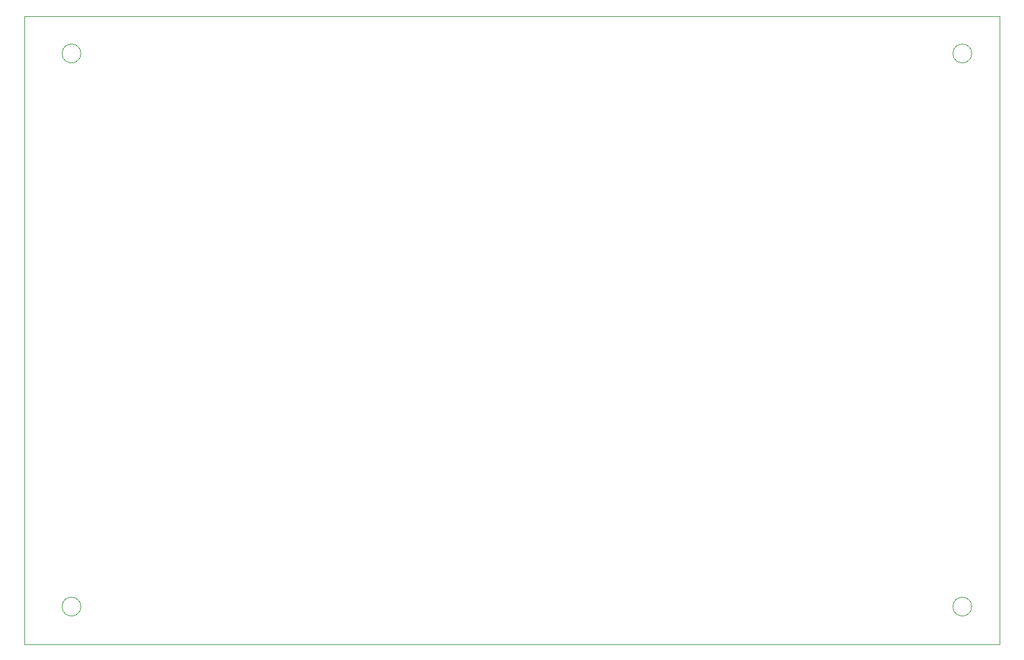
<source format=gm1>
G04 #@! TF.GenerationSoftware,KiCad,Pcbnew,(5.1.6)-1*
G04 #@! TF.CreationDate,2020-08-23T14:34:22+05:30*
G04 #@! TF.ProjectId,PCB board,50434220-626f-4617-9264-2e6b69636164,rev?*
G04 #@! TF.SameCoordinates,Original*
G04 #@! TF.FileFunction,Profile,NP*
%FSLAX46Y46*%
G04 Gerber Fmt 4.6, Leading zero omitted, Abs format (unit mm)*
G04 Created by KiCad (PCBNEW (5.1.6)-1) date 2020-08-23 14:34:22*
%MOMM*%
%LPD*%
G01*
G04 APERTURE LIST*
G04 #@! TA.AperFunction,Profile*
%ADD10C,0.050000*%
G04 #@! TD*
G04 APERTURE END LIST*
D10*
X95250000Y-127000000D02*
G75*
G03*
X95250000Y-127000000I-1270000J0D01*
G01*
X95250000Y-52070000D02*
G75*
G03*
X95250000Y-52070000I-1270000J0D01*
G01*
X215900000Y-52070000D02*
G75*
G03*
X215900000Y-52070000I-1270000J0D01*
G01*
X215900000Y-127000000D02*
G75*
G03*
X215900000Y-127000000I-1270000J0D01*
G01*
X87630000Y-132080000D02*
X87630000Y-46990000D01*
X219710000Y-132080000D02*
X87630000Y-132080000D01*
X219710000Y-46990000D02*
X219710000Y-132080000D01*
X87630000Y-46990000D02*
X219710000Y-46990000D01*
M02*

</source>
